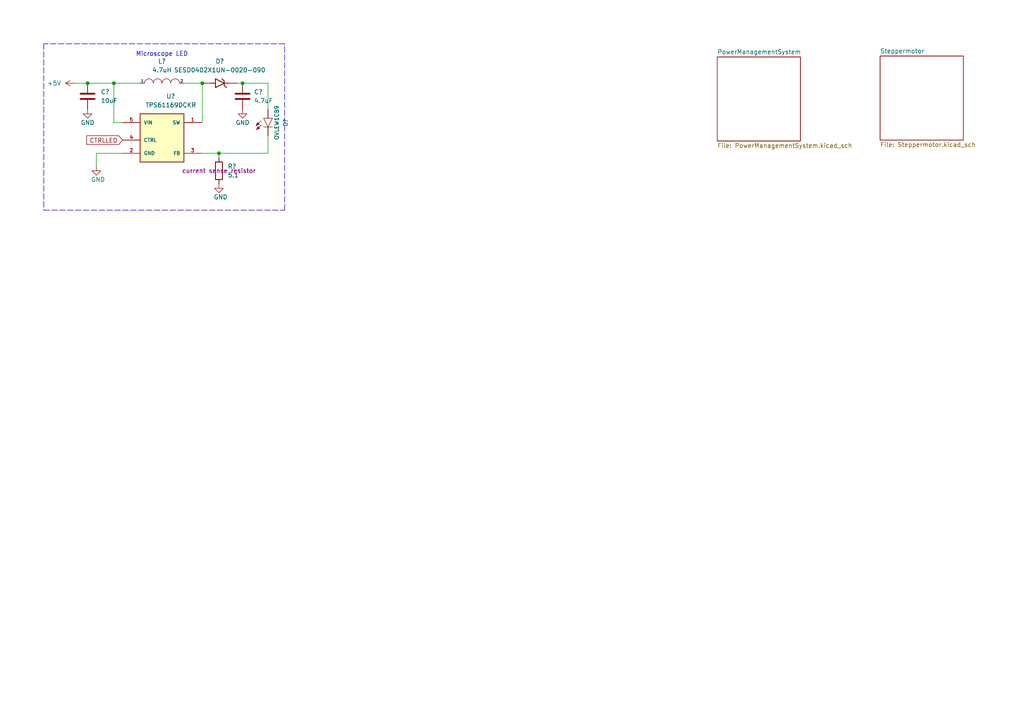
<source format=kicad_sch>
(kicad_sch (version 20211123) (generator eeschema)
  (paper "A4")
  (title_block (title "Water Quality Monitor") (date "2022-09-01") (rev "0.1") (company "HAN") (comment 1 "Casper R. Tak"))
  (lib_symbols
    (symbol "Device:C" (pin_numbers hide) (pin_names (offset 0.254))
      (property "Reference" "C" (at 0.635 2.54 0))
      (property "Value" "C" (at 0.635 -2.54 0))
      (symbol "C_0_1"
        (polyline (pts (xy -2.032 -0.762) (xy 2.032 -0.762)) (stroke (width 0.508)))
        (polyline (pts (xy -2.032 0.762) (xy 2.032 0.762)) (stroke (width 0.508)))
      )
      (symbol "C_1_1"
        (pin passive line (at 0 3.81 270) (length 2.794) (name "~") (number "1"))
        (pin passive line (at 0 -3.81 90) (length 2.794) (name "~") (number "2"))
      )
    )
    (symbol "Device:R" (pin_numbers hide) (pin_names (offset 0))
      (property "Reference" "R" (at 2.032 0 90))
      (property "Value" "R" (at 0 0 90))
      (symbol "R_0_1"
        (rectangle (start -1.016 -2.54) (end 1.016 2.54) (stroke (width 0.254)))
      )
      (symbol "R_1_1"
        (pin passive line (at 0 3.81 270) (length 1.27) (name "~") (number "1"))
        (pin passive line (at 0 -3.81 90) (length 1.27) (name "~") (number "2"))
      )
    )
    (symbol "SESD0402X1UN-0020-090:SESD0402X1UN-0020-090" (pin_numbers hide) (pin_names (offset 1.016) hide)
      (property "Reference" "D" (at -5.08 2.54 0))
      (property "Value" "SESD0402X1UN-0020-090" (at -5.08 -3.81 0))
      (symbol "SESD0402X1UN-0020-090_0_0"
        (polyline (pts (xy -2.54 0) (xy -1.27 0)) (stroke (width 0.254)))
        (polyline (pts (xy -1.27 -1.27) (xy 1.27 0)) (stroke (width 0.254)))
        (polyline (pts (xy -1.27 0) (xy -1.27 -1.27)) (stroke (width 0.254)))
        (polyline (pts (xy -1.27 1.27) (xy -1.27 0)) (stroke (width 0.254)))
        (polyline (pts (xy 0.635 1.27) (xy 1.27 0.635)) (stroke (width 0.254)))
        (polyline (pts (xy 1.27 -0.635) (xy 1.905 -1.27)) (stroke (width 0.254)))
        (polyline (pts (xy 1.27 0) (xy -1.27 1.27)) (stroke (width 0.254)))
        (polyline (pts (xy 1.27 0) (xy 1.27 -0.635)) (stroke (width 0.254)))
        (polyline (pts (xy 1.27 0.635) (xy 1.27 0)) (stroke (width 0.254)))
        (polyline (pts (xy 2.54 0) (xy 1.27 0)) (stroke (width 0.254)))
        (pin passive line (at -5.08 0 0) (length 2.54) (name "~") (number "A"))
        (pin passive line (at 5.08 0 180) (length 2.54) (name "~") (number "C"))
      )
    )
    (symbol "SparkFun-LED:LED5MM" (pin_numbers hide) (pin_names (offset 1.016) hide)
      (property "Reference" "D" (at -1.27 -6.35 90))
      (property "Value" "LED5MM" (at 3.81 -6.35 90))
      (property "Field4" "XXX-00000" (at -6.35 0 90))
      (symbol "LED5MM_1_0"
        (polyline (pts (xy -2.032 -0.762) (xy -3.429 -2.159)))
        (polyline (pts (xy -1.905 -1.905) (xy -3.302 -3.302)))
        (polyline (pts (xy 0 -2.54) (xy -1.27 -2.54)))
        (polyline (pts (xy 0 -2.54) (xy -1.27 0)))
        (polyline (pts (xy 1.27 -2.54) (xy 0 -2.54)))
        (polyline (pts (xy 1.27 0) (xy -1.27 0)))
        (polyline (pts (xy 1.27 0) (xy 0 -2.54)))
      )
      (symbol "LED5MM_1_1"
        (polyline (pts (xy -3.429 -2.159) (xy -3.048 -1.27) (xy -3.048 -1.27) (xy -2.54 -1.778) (xy -2.54 -1.778) (xy -3.429 -2.159)) (fill (type outline)))
        (polyline (pts (xy -3.302 -3.302) (xy -2.921 -2.413) (xy -2.921 -2.413) (xy -2.413 -2.921) (xy -2.413 -2.921) (xy -3.302 -3.302)) (fill (type outline)))
        (pin passive line (at 0 2.54 270) (length 2.54) (name "A") (number "A"))
        (pin passive line (at 0 -5.08 90) (length 2.54) (name "C") (number "K"))
      )
    )
    (symbol "TPS61169DCKR:TPS61169DCKR" (pin_names (offset 1.016))
      (property "Reference" "U?" (at -1.27 12.7 0))
      (property "Value" "TPS61169DCKR" (at -1.27 10.16 0))
      (symbol "TPS61169DCKR_0_0"
        (rectangle (start -10.16 7.62) (end 2.54 -6.35) (stroke (width 0.254)) (fill (type background)))
        (pin input line (at 7.62 5.08 180) (length 5.08) (name "SW") (number "1"))
        (pin power_in line (at -15.24 -3.81 0) (length 5.08) (name "GND") (number "2"))
        (pin input line (at 7.62 -3.81 180) (length 5.08) (name "FB") (number "3"))
        (pin input line (at -15.24 0 0) (length 5.08) (name "CTRL") (number "4"))
        (pin input line (at -15.24 5.08 0) (length 5.08) (name "VIN") (number "5"))
      )
    )
    (symbol "power:+5V" (power) (pin_names (offset 0))
      (property "Value" "+5V" (at 0 3.556 0))
      (symbol "+5V_0_1"
        (polyline (pts (xy -0.762 1.27) (xy 0 2.54)))
        (polyline (pts (xy 0 0) (xy 0 2.54)))
        (polyline (pts (xy 0 2.54) (xy 0.762 1.27)))
      )
      (symbol "+5V_1_1"
        (pin power_in line (at 0 0 90) (length 0) hide (name "+5V") (number "1"))
      )
    )
    (symbol "power:GND" (power) (pin_names (offset 0))
      (property "Value" "GND" (at 0 -3.81 0))
      (symbol "GND_0_1"
        (polyline (pts (xy 0 0) (xy 0 -1.27) (xy 1.27 -1.27) (xy 0 -2.54) (xy -1.27 -1.27) (xy 0 -1.27)))
      )
      (symbol "GND_1_1"
        (pin power_in line (at 0 0 270) (length 0) hide (name "GND") (number "1"))
      )
    )
    (symbol "pspice:INDUCTOR" (pin_numbers hide) (pin_names (offset 0))
      (property "Reference" "L" (at 0 2.54 0))
      (property "Value" "INDUCTOR" (at 0 -1.27 0))
      (symbol "INDUCTOR_0_1"
        (arc (start -2.54 0) (mid -3.81 1.27) (end -5.08 0))
        (arc (start 0 0) (mid -1.27 1.27) (end -2.54 0))
        (arc (start 2.54 0) (mid 1.27 1.27) (end 0 0))
        (arc (start 5.08 0) (mid 3.81 1.27) (end 2.54 0))
      )
      (symbol "INDUCTOR_1_1"
        (pin input line (at -6.35 0 0) (length 1.27) (name "1") (number "1"))
        (pin input line (at 6.35 0 180) (length 1.27) (name "2") (number "2"))
      )
    )
  )
  (junction (at 58.674 24.13))
  (junction (at 33.02 24.13))
  (junction (at 63.5 44.45))
  (junction (at 70.358 24.13))
  (junction (at 25.4 24.13))
  (wire (pts (xy 63.5 44.45) (xy 63.5 45.72)))
  (wire (pts (xy 70.358 24.13) (xy 77.724 24.13)))
  (wire (pts (xy 68.834 24.13) (xy 70.358 24.13)))
  (wire (pts (xy 27.94 44.45) (xy 27.94 48.26)))
  (wire (pts (xy 35.56 35.56) (xy 33.02 35.56)))
  (wire (pts (xy 58.674 24.13) (xy 53.34 24.13)))
  (polyline (pts (xy 82.55 60.96) (xy 82.55 12.7)))
  (wire (pts (xy 63.5 44.45) (xy 77.724 44.45)))
  (wire (pts (xy 58.42 44.45) (xy 63.5 44.45)))
  (wire (pts (xy 58.674 24.13) (xy 58.674 35.56)))
  (wire (pts (xy 77.724 24.13) (xy 77.724 31.75)))
  (polyline (pts (xy 82.55 12.7) (xy 12.7 12.7)))
  (wire (pts (xy 77.724 39.37) (xy 77.724 44.45)))
  (wire (pts (xy 25.4 24.13) (xy 33.02 24.13)))
  (wire (pts (xy 21.59 24.13) (xy 25.4 24.13)))
  (wire (pts (xy 33.02 24.13) (xy 40.64 24.13)))
  (wire (pts (xy 33.02 35.56) (xy 33.02 24.13)))
  (wire (pts (xy 58.42 35.56) (xy 58.674 35.56)))
  (wire (pts (xy 27.94 44.45) (xy 35.56 44.45)))
  (polyline (pts (xy 12.7 12.7) (xy 12.7 60.96)))
  (polyline (pts (xy 12.7 60.96) (xy 82.55 60.96)))
  (text "Microscope LED" (at 39.37 16.51 0) (effects (font (size 1.27 1.27)) (justify left bottom)))
  (global_label "CTRLLED" (shape input) (at 35.56 40.64 180) (property "Intersheet References" "${INTERSHEET_REFS}" (effects hide)))
  (symbol (lib_id "SESD0402X1UN-0020-090:SESD0402X1UN-0020-090") (at 63.754 24.13 0) (unit 1)
    (property "Reference" "D?" (at 63.754 17.78 0))
    (property "Value" "SESD0402X1UN-0020-090" (at 63.754 20.32 0))
    (property "Footprint" "DIODFN100X60X43-2N" (effects hide))
    (property "MAXIMUM_PACKAGE_HEIGHT" "0.43mm" (effects hide))
    (property "STANDARD" "IPC 7351B" (effects hide))
    (property "PARTREV" "08/22/19" (effects hide))
    (property "MANUFACTURER" "Littelfuse Inc." (effects hide))
  )
  (symbol (lib_id "power:GND") (at 27.94 48.26 0) (unit 1)
    (property "Reference" "#PWR?" (effects hide))
    (property "Value" "GND" (at 30.48 52.07 0) (effects (justify right)))
  )
  (symbol (lib_id "power:GND") (at 25.4 31.75 0) (unit 1)
    (property "Reference" "#PWR?" (effects hide))
    (property "Value" "GND" (at 25.4 35.56 0))
  )
  (symbol (lib_id "power:GND") (at 70.358 31.75 0) (unit 1)
    (property "Reference" "#PWR?" (effects hide))
    (property "Value" "GND" (at 70.358 35.56 0))
  )
  (symbol (lib_id "Device:R") (at 63.5 49.53 180) (unit 1)
    (property "Reference" "R?" (at 66.04 48.2599 0) (effects (justify right)))
    (property "Value" "5.1" (at 66.04 50.7999 0) (effects (justify right)))
    (property "Purpose" "current sense resistor" (at 63.5 49.53 0))
  )
  (symbol (lib_id "Device:C") (at 25.4 27.94 0) (unit 1)
    (property "Reference" "C?" (at 29.21 26.6699 0) (effects (justify left)))
    (property "Value" "10uF" (at 29.21 29.2099 0) (effects (justify left)))
  )
  (symbol (lib_id "Device:C") (at 70.358 27.94 0) (unit 1)
    (property "Reference" "C?" (at 73.66 26.6699 0) (effects (justify left)))
    (property "Value" "4.7uF" (at 73.66 29.2099 0) (effects (justify left)))
    (property "Purpose" "for output ripple and loop stability" (effects hide))
  )
  (symbol (lib_id "pspice:INDUCTOR") (at 46.99 24.13 0) (unit 1)
    (property "Reference" "L?" (at 46.99 17.78 0))
    (property "Value" "4.7uH" (at 46.99 20.32 0))
    (property "Purpose" "loop stability, effiency, state operation" (effects hide))
  )
  (symbol (lib_id "TPS61169DCKR:TPS61169DCKR") (at 50.8 40.64 0) (unit 1)
    (property "Reference" "U?" (at 49.53 27.94 0))
    (property "Value" "TPS61169DCKR" (at 49.53 30.48 0))
    (property "Footprint" "SOT65P210X110-5N" (effects hide))
    (property "STANDARD" "IPC-7351B" (effects hide))
    (property "PARTREV" "A" (effects hide))
    (property "MANUFACTURER" "Texas Instruments" (effects hide))
    (property "MAXIMUM_PACKAGE_HEIGHT" "1.1mm" (effects hide))
  )
  (symbol (lib_id "power:GND") (at 63.5 53.34 0) (unit 1)
    (property "Reference" "#PWR?" (effects hide))
    (property "Value" "GND" (at 66.04 57.15 0) (effects (justify right)))
  )
  (symbol (lib_id "SparkFun-LED:LED5MM") (at 77.724 34.29 0) (unit 1)
    (property "Reference" "D?" (at 82.804 35.56 90) (effects (font (size 1.143 1.143))))
    (property "Value" "OVLEW1CB9" (at 80.264 35.56 90) (effects (font (size 1.143 1.143))))
    (property "Footprint" "LED_5MM" (effects hide))
    (property "Datasheet" "https://www.farnell.com/datasheets/2702468.pdf" (effects hide))
    (property "Field4" "XXX-00000" (effects hide))
    (property "Purpose" "LED for microscope" (effects hide))
  )
  (symbol (lib_id "power:+5V") (at 21.59 24.13 90) (unit 1)
    (property "Reference" "#PWR?" (effects hide))
    (property "Value" "+5V" (at 17.78 24.1299 90) (effects (justify left)))
  )
  (sheet (at 255.27 16.256) (size 24.13 24.384) (stroke (width 0.1524))
    (property "Sheet name" "Steppermotor" (at 255.27 15.5444 0) (effects (justify left bottom)))
    (property "Sheet file" "Steppermotor.kicad_sch" (at 255.27 41.2246 0) (effects (justify left top)))
  )
  (sheet (at 208.026 16.51) (size 24.13 24.384) (stroke (width 0.1524))
    (property "Sheet name" "PowerManagementSystem" (at 208.026 15.7984 0) (effects (justify left bottom)))
    (property "Sheet file" "PowerManagementSystem.kicad_sch" (at 208.026 41.4786 0) (effects (justify left top)))
  )
)
</source>
